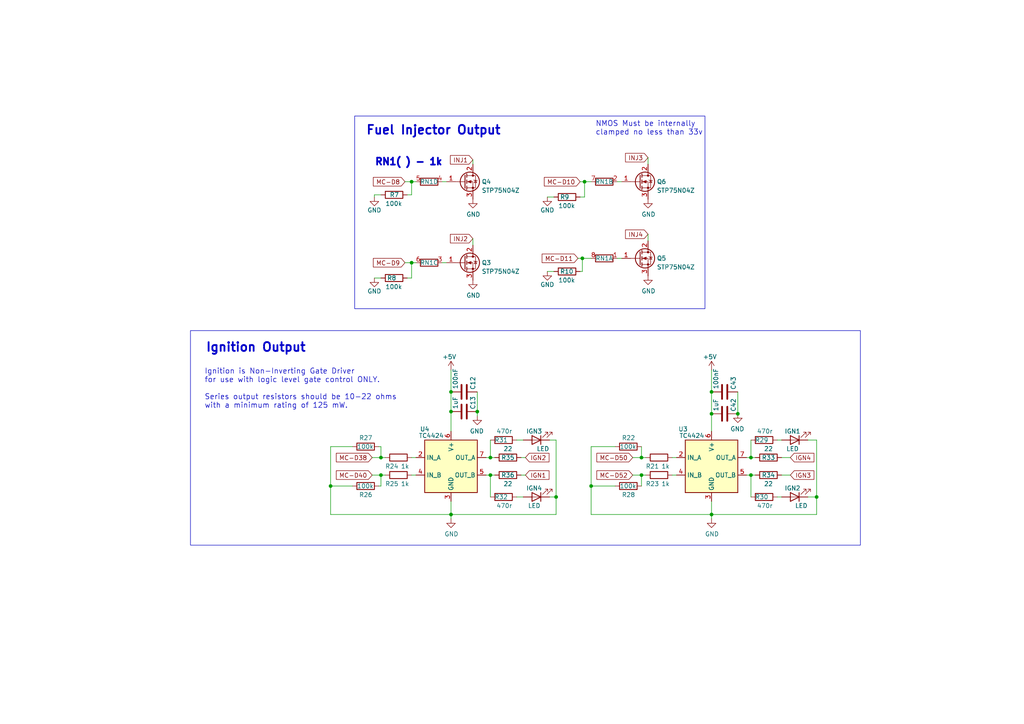
<source format=kicad_sch>
(kicad_sch (version 20231120) (generator "eeschema") (generator_version "8.0")
  (paper "A4")
  (title_block (title "Spark Gap x4") (date "2024-07-16") (rev "A") (company "OpenLogicEFI") (comment 1 "openlogicefi.com"))
  (lib_symbols
    (symbol "Device:C" (pin_numbers hide) (pin_names (offset 0.254))
      (property "Reference" "C" (at 0.635 2.54 0))
      (property "Value" "C" (at 0.635 -2.54 0))
      (symbol "C_0_1"
        (polyline (pts (xy -2.032 -0.762) (xy 2.032 -0.762)) (stroke (width 0.508)))
        (polyline (pts (xy -2.032 0.762) (xy 2.032 0.762)) (stroke (width 0.508)))
      )
      (symbol "C_1_1"
        (pin passive line (at 0 3.81 270) (length 2.794) (name "~") (number "1"))
        (pin passive line (at 0 -3.81 90) (length 2.794) (name "~") (number "2"))
      )
    )
    (symbol "Device:LED" (pin_numbers hide) (pin_names (offset 1.016) hide)
      (property "Reference" "D" (at 0 2.54 0))
      (property "Value" "LED" (at 0 -2.54 0))
      (symbol "LED_0_1"
        (polyline (pts (xy -1.27 -1.27) (xy -1.27 1.27)) (stroke (width 0.254)))
        (polyline (pts (xy -1.27 0) (xy 1.27 0)))
        (polyline (pts (xy 1.27 -1.27) (xy 1.27 1.27) (xy -1.27 0) (xy 1.27 -1.27)) (stroke (width 0.254)))
        (polyline (pts (xy -3.048 -0.762) (xy -4.572 -2.286) (xy -3.81 -2.286) (xy -4.572 -2.286) (xy -4.572 -1.524)))
        (polyline (pts (xy -1.778 -0.762) (xy -3.302 -2.286) (xy -2.54 -2.286) (xy -3.302 -2.286) (xy -3.302 -1.524)))
      )
      (symbol "LED_1_1"
        (pin passive line (at -3.81 0 0) (length 2.54) (name "K") (number "1"))
        (pin passive line (at 3.81 0 180) (length 2.54) (name "A") (number "2"))
      )
    )
    (symbol "Device:R" (pin_numbers hide) (pin_names (offset 0))
      (property "Reference" "R" (at 2.032 0 90))
      (property "Value" "R" (at 0 0 90))
      (symbol "R_0_1"
        (rectangle (start -1.016 -2.54) (end 1.016 2.54) (stroke (width 0.254)))
      )
      (symbol "R_1_1"
        (pin passive line (at 0 3.81 270) (length 1.27) (name "~") (number "1"))
        (pin passive line (at 0 -3.81 90) (length 1.27) (name "~") (number "2"))
      )
    )
    (symbol "Device:R_Pack04_Split" (pin_names (offset 0) hide)
      (property "Reference" "RN" (at 2.032 0 90))
      (property "Value" "R_Pack04_Split" (at 0 0 90))
      (symbol "R_Pack04_Split_0_1"
        (rectangle (start 1.016 2.54) (end -1.016 -2.54) (stroke (width 0.254)))
      )
      (symbol "R_Pack04_Split_1_1"
        (pin passive line (at 0 -3.81 90) (length 1.27) (name "R1.1") (number "1"))
        (pin passive line (at 0 3.81 270) (length 1.27) (name "R1.2") (number "8"))
      )
      (symbol "R_Pack04_Split_2_1"
        (pin passive line (at 0 -3.81 90) (length 1.27) (name "R2.1") (number "2"))
        (pin passive line (at 0 3.81 270) (length 1.27) (name "R2.2") (number "7"))
      )
      (symbol "R_Pack04_Split_3_1"
        (pin passive line (at 0 -3.81 90) (length 1.27) (name "R3.1") (number "3"))
        (pin passive line (at 0 3.81 270) (length 1.27) (name "R3.2") (number "6"))
      )
      (symbol "R_Pack04_Split_4_1"
        (pin passive line (at 0 -3.81 90) (length 1.27) (name "R4.1") (number "4"))
        (pin passive line (at 0 3.81 270) (length 1.27) (name "R4.2") (number "5"))
      )
    )
    (symbol "Driver_FET:MIC4427"
      (property "Reference" "U" (at -7.62 8.89 0))
      (property "Value" "MIC4427" (at 1.27 8.89 0))
      (symbol "MIC4427_0_1"
        (rectangle (start -7.62 -7.62) (end 7.62 7.62) (stroke (width 0.254)) (fill (type background)))
      )
      (symbol "MIC4427_1_1"
        (pin no_connect line (at -7.62 0 0) (length 2.54) hide (name "NC") (number "1"))
        (pin input line (at -10.16 2.54 0) (length 2.54) (name "IN_A") (number "2"))
        (pin power_in line (at 0 -10.16 90) (length 2.54) (name "GND") (number "3"))
        (pin input line (at -10.16 -2.54 0) (length 2.54) (name "IN_B") (number "4"))
        (pin output line (at 10.16 -2.54 180) (length 2.54) (name "OUT_B") (number "5"))
        (pin power_in line (at 0 10.16 270) (length 2.54) (name "V+") (number "6"))
        (pin output line (at 10.16 2.54 180) (length 2.54) (name "OUT_A") (number "7"))
        (pin no_connect line (at 7.62 0 180) (length 2.54) hide (name "NC") (number "8"))
      )
    )
    (symbol "R_Pack04_SIP_Split_1" (pin_names (offset 0) hide)
      (property "Reference" "RN?" (at 2.54 1.2701 0))
      (property "Value" "R_Pack04_SIP_Split_1" (at 2.54 -1.2699 0))
      (symbol "R_Pack04_SIP_Split_1_0_1"
        (rectangle (start 1.016 2.54) (end -1.016 -2.54) (stroke (width 0.254)))
      )
      (symbol "R_Pack04_SIP_Split_1_1_1"
        (pin passive line (at 0 -3.81 90) (length 1.27) (name "R1.1") (number "1"))
        (pin passive line (at 0 3.81 270) (length 1.27) (name "R1.2") (number "8"))
      )
      (symbol "R_Pack04_SIP_Split_1_2_1"
        (pin passive line (at 0 -3.81 90) (length 1.27) (name "R2.1") (number "3"))
        (pin passive line (at 0 3.81 270) (length 1.27) (name "R2.2") (number "4"))
      )
      (symbol "R_Pack04_SIP_Split_1_3_1"
        (pin passive line (at 0 -3.81 90) (length 1.27) (name "R3.1") (number "5"))
        (pin passive line (at 0 3.81 270) (length 1.27) (name "R3.2") (number "6"))
      )
      (symbol "R_Pack04_SIP_Split_1_4_1"
        (pin passive line (at 0 -3.81 90) (length 1.27) (name "R4.1") (number "7"))
        (pin passive line (at 0 3.81 270) (length 1.27) (name "R4.2") (number "8"))
      )
    )
    (symbol "Transistor_FET:IRF540N" (pin_names hide)
      (property "Reference" "Q" (at 6.35 1.905 0))
      (property "Value" "IRF540N" (at 6.35 0 0))
      (symbol "IRF540N_0_1"
        (polyline (pts (xy 0.254 0) (xy -2.54 0)))
        (polyline (pts (xy 0.254 1.905) (xy 0.254 -1.905)) (stroke (width 0.254)))
        (polyline (pts (xy 0.762 -1.27) (xy 0.762 -2.286)) (stroke (width 0.254)))
        (polyline (pts (xy 0.762 0.508) (xy 0.762 -0.508)) (stroke (width 0.254)))
        (polyline (pts (xy 0.762 2.286) (xy 0.762 1.27)) (stroke (width 0.254)))
        (polyline (pts (xy 2.54 2.54) (xy 2.54 1.778)))
        (polyline (pts (xy 2.54 -2.54) (xy 2.54 0) (xy 0.762 0)))
        (polyline (pts (xy 0.762 -1.778) (xy 3.302 -1.778) (xy 3.302 1.778) (xy 0.762 1.778)))
        (polyline (pts (xy 1.016 0) (xy 2.032 0.381) (xy 2.032 -0.381) (xy 1.016 0)) (fill (type outline)))
        (polyline (pts (xy 2.794 0.508) (xy 2.921 0.381) (xy 3.683 0.381) (xy 3.81 0.254)))
        (polyline (pts (xy 3.302 0.381) (xy 2.921 -0.254) (xy 3.683 -0.254) (xy 3.302 0.381)))
        (circle (center 1.651 0) (radius 2.794) (stroke (width 0.254)))
        (circle (center 2.54 -1.778) (radius 0.254) (fill (type outline)))
        (circle (center 2.54 1.778) (radius 0.254) (fill (type outline)))
      )
      (symbol "IRF540N_1_1"
        (pin input line (at -5.08 0 0) (length 2.54) (name "G") (number "1"))
        (pin passive line (at 2.54 5.08 270) (length 2.54) (name "D") (number "2"))
        (pin passive line (at 2.54 -5.08 90) (length 2.54) (name "S") (number "3"))
      )
    )
    (symbol "power:+5V" (power) (pin_names (offset 0))
      (property "Value" "+5V" (at 0 3.556 0))
      (symbol "+5V_0_1"
        (polyline (pts (xy -0.762 1.27) (xy 0 2.54)))
        (polyline (pts (xy 0 0) (xy 0 2.54)))
        (polyline (pts (xy 0 2.54) (xy 0.762 1.27)))
      )
      (symbol "+5V_1_1"
        (pin power_in line (at 0 0 90) (length 0) hide (name "+5V") (number "1"))
      )
    )
    (symbol "power:GND" (power) (pin_names (offset 0))
      (property "Value" "GND" (at 0 -3.81 0))
      (symbol "GND_0_1"
        (polyline (pts (xy 0 0) (xy 0 -1.27) (xy 1.27 -1.27) (xy 0 -2.54) (xy -1.27 -1.27) (xy 0 -1.27)))
      )
      (symbol "GND_1_1"
        (pin power_in line (at 0 0 270) (length 0) hide (name "GND") (number "1"))
      )
    )
  )
  (junction (at 217.805 132.715))
  (junction (at 206.375 120.015))
  (junction (at 138.43 119.38))
  (junction (at 130.81 119.38))
  (junction (at 213.995 120.015))
  (junction (at 206.375 113.665))
  (junction (at 206.375 149.225))
  (junction (at 110.49 137.795))
  (junction (at 217.805 137.795))
  (junction (at 168.91 74.93))
  (junction (at 171.45 140.97))
  (junction (at 186.055 132.715))
  (junction (at 119.38 52.705))
  (junction (at 169.545 52.705))
  (junction (at 95.885 140.97))
  (junction (at 142.24 137.795))
  (junction (at 130.81 149.225))
  (junction (at 142.24 132.715))
  (junction (at 186.055 137.795))
  (junction (at 236.855 144.145))
  (junction (at 161.29 144.145))
  (junction (at 110.49 132.715))
  (junction (at 119.38 76.2))
  (junction (at 130.81 113.665))
  (wire (pts (xy 110.49 137.795) (xy 111.76 137.795)))
  (wire (pts (xy 167.64 74.93) (xy 168.91 74.93)))
  (wire (pts (xy 183.515 137.795) (xy 186.055 137.795)))
  (wire (pts (xy 187.96 45.72) (xy 187.96 47.625)))
  (wire (pts (xy 168.275 52.705) (xy 169.545 52.705)))
  (wire (pts (xy 110.49 129.54) (xy 110.49 132.715)))
  (wire (pts (xy 120.65 137.795) (xy 119.38 137.795)))
  (wire (pts (xy 119.38 52.705) (xy 120.65 52.705)))
  (wire (pts (xy 128.27 76.2) (xy 129.54 76.2)))
  (wire (pts (xy 226.695 137.795) (xy 229.235 137.795)))
  (wire (pts (xy 160.655 57.15) (xy 158.75 57.15)))
  (wire (pts (xy 130.81 150.495) (xy 130.81 149.225)))
  (wire (pts (xy 142.24 132.715) (xy 140.97 132.715)))
  (wire (pts (xy 130.81 119.38) (xy 130.81 113.665)))
  (wire (pts (xy 102.235 129.54) (xy 95.885 129.54)))
  (wire (pts (xy 95.885 149.225) (xy 95.885 140.97)))
  (wire (pts (xy 206.375 120.015) (xy 206.375 113.665)))
  (wire (pts (xy 142.24 127.635) (xy 142.24 132.715)))
  (wire (pts (xy 117.475 76.2) (xy 119.38 76.2)))
  (wire (pts (xy 179.07 52.705) (xy 180.34 52.705)))
  (wire (pts (xy 186.055 129.54) (xy 186.055 132.715)))
  (wire (pts (xy 226.695 132.715) (xy 229.235 132.715)))
  (wire (pts (xy 206.375 145.415) (xy 206.375 149.225)))
  (wire (pts (xy 130.81 149.225) (xy 130.81 145.415)))
  (wire (pts (xy 161.29 127.635) (xy 161.29 144.145)))
  (wire (pts (xy 217.805 132.715) (xy 219.075 132.715)))
  (wire (pts (xy 187.325 132.715) (xy 186.055 132.715)))
  (wire (pts (xy 206.375 120.015) (xy 206.375 125.095)))
  (wire (pts (xy 213.995 120.015) (xy 213.995 113.665)))
  (wire (pts (xy 143.51 137.795) (xy 142.24 137.795)))
  (wire (pts (xy 138.43 119.38) (xy 138.43 120.65)))
  (wire (pts (xy 149.86 127.635) (xy 151.765 127.635)))
  (wire (pts (xy 119.38 76.2) (xy 120.65 76.2)))
  (wire (pts (xy 151.13 132.715) (xy 152.4 132.715)))
  (wire (pts (xy 216.535 137.795) (xy 217.805 137.795)))
  (wire (pts (xy 117.475 52.705) (xy 119.38 52.705)))
  (wire (pts (xy 130.81 149.225) (xy 161.29 149.225)))
  (wire (pts (xy 171.45 149.225) (xy 206.375 149.225)))
  (wire (pts (xy 108.585 56.515) (xy 110.49 56.515)))
  (wire (pts (xy 217.805 127.635) (xy 217.805 132.715)))
  (wire (pts (xy 206.375 107.315) (xy 206.375 113.665)))
  (wire (pts (xy 171.45 140.97) (xy 178.435 140.97)))
  (wire (pts (xy 217.805 137.795) (xy 219.075 137.795)))
  (wire (pts (xy 234.315 144.145) (xy 236.855 144.145)))
  (wire (pts (xy 119.38 80.645) (xy 119.38 76.2)))
  (wire (pts (xy 217.805 137.795) (xy 217.805 144.145)))
  (wire (pts (xy 128.27 52.705) (xy 129.54 52.705)))
  (wire (pts (xy 169.545 52.705) (xy 171.45 52.705)))
  (wire (pts (xy 151.13 137.795) (xy 152.4 137.795)))
  (wire (pts (xy 159.385 144.145) (xy 161.29 144.145)))
  (wire (pts (xy 107.95 132.715) (xy 110.49 132.715)))
  (wire (pts (xy 168.91 78.74) (xy 168.91 74.93)))
  (wire (pts (xy 196.215 137.795) (xy 194.945 137.795)))
  (wire (pts (xy 225.425 144.145) (xy 226.695 144.145)))
  (wire (pts (xy 110.49 140.97) (xy 109.855 140.97)))
  (wire (pts (xy 178.435 129.54) (xy 171.45 129.54)))
  (wire (pts (xy 110.49 132.715) (xy 111.76 132.715)))
  (wire (pts (xy 236.855 127.635) (xy 236.855 144.145)))
  (wire (pts (xy 108.585 80.645) (xy 110.49 80.645)))
  (wire (pts (xy 130.81 119.38) (xy 130.81 125.095)))
  (wire (pts (xy 206.375 149.225) (xy 236.855 149.225)))
  (wire (pts (xy 118.11 80.645) (xy 119.38 80.645)))
  (wire (pts (xy 137.16 46.355) (xy 137.16 47.625)))
  (wire (pts (xy 216.535 132.715) (xy 217.805 132.715)))
  (wire (pts (xy 142.24 137.795) (xy 142.24 144.145)))
  (wire (pts (xy 196.215 132.715) (xy 194.945 132.715)))
  (wire (pts (xy 179.07 74.93) (xy 180.34 74.93)))
  (wire (pts (xy 119.38 52.705) (xy 119.38 56.515)))
  (wire (pts (xy 95.885 140.97) (xy 102.235 140.97)))
  (wire (pts (xy 171.45 140.97) (xy 171.45 149.225)))
  (wire (pts (xy 120.65 132.715) (xy 119.38 132.715)))
  (wire (pts (xy 107.95 137.795) (xy 110.49 137.795)))
  (wire (pts (xy 108.585 56.515) (xy 108.585 57.15)))
  (wire (pts (xy 186.055 140.97) (xy 186.055 137.795)))
  (wire (pts (xy 234.315 127.635) (xy 236.855 127.635)))
  (wire (pts (xy 187.96 67.945) (xy 187.96 69.85)))
  (wire (pts (xy 183.515 132.715) (xy 186.055 132.715)))
  (wire (pts (xy 143.51 132.715) (xy 142.24 132.715)))
  (wire (pts (xy 169.545 57.15) (xy 169.545 52.705)))
  (wire (pts (xy 142.24 137.795) (xy 140.97 137.795)))
  (wire (pts (xy 159.385 127.635) (xy 161.29 127.635)))
  (wire (pts (xy 138.43 119.38) (xy 138.43 113.665)))
  (wire (pts (xy 225.425 127.635) (xy 226.695 127.635)))
  (wire (pts (xy 187.325 137.795) (xy 186.055 137.795)))
  (wire (pts (xy 130.81 107.315) (xy 130.81 113.665)))
  (wire (pts (xy 236.855 144.145) (xy 236.855 149.225)))
  (wire (pts (xy 206.375 150.495) (xy 206.375 149.225)))
  (wire (pts (xy 168.91 74.93) (xy 171.45 74.93)))
  (wire (pts (xy 168.275 78.74) (xy 168.91 78.74)))
  (wire (pts (xy 95.885 129.54) (xy 95.885 140.97)))
  (wire (pts (xy 168.275 57.15) (xy 169.545 57.15)))
  (wire (pts (xy 171.45 129.54) (xy 171.45 140.97)))
  (wire (pts (xy 130.81 149.225) (xy 95.885 149.225)))
  (wire (pts (xy 110.49 129.54) (xy 109.855 129.54)))
  (wire (pts (xy 161.29 144.145) (xy 161.29 149.225)))
  (wire (pts (xy 110.49 140.97) (xy 110.49 137.795)))
  (wire (pts (xy 158.75 78.74) (xy 160.655 78.74)))
  (wire (pts (xy 119.38 56.515) (xy 118.11 56.515)))
  (wire (pts (xy 149.86 144.145) (xy 151.765 144.145)))
  (wire (pts (xy 137.16 69.215) (xy 137.16 71.12)))
  (rectangle (start 55.245 95.885) (end 249.555 158.115))
  (rectangle (start 102.87 33.655) (end 204.47 89.535))
  (text "Fuel Injector Output" (at 106.045 39.37 0) (effects (font (size 2.54 2.54) (thickness 0.508) (bold yes)) (justify left bottom)))
  (text "RN1( ) - 1k" (at 108.585 48.26 0) (effects (font (size 2 2) (thickness 0.508) (bold yes)) (justify left bottom)))
  (text "NMOS Must be internally\nclamped no less than 33v" (at 172.72 39.37 0) (effects (font (size 1.54 1.54)) (justify left bottom)))
  (text "Ignition Output" (at 59.563 102.362 0) (effects (font (size 2.54 2.54) (thickness 0.508) (bold yes)) (justify left bottom)))
  (text "Ignition is Non-Inverting Gate Driver\nfor use with logic level gate control ONLY.\n\nSeries output resistors should be 10-22 ohms\nwith a minimum rating of 125 mW." (at 59.309 118.618 0) (effects (font (size 1.54 1.54)) (justify left bottom)))
  (global_label "MC-D40" (shape input) (at 107.95 137.795 180) (property "Intersheetrefs" "${INTERSHEET_REFS}" (effects (hide yes))))
  (global_label "INJ1" (shape input) (at 137.16 46.355 180) (property "Intersheetrefs" "${INTERSHEET_REFS}" (effects (hide yes))))
  (global_label "INJ3" (shape input) (at 187.96 45.72 180) (property "Intersheetrefs" "${INTERSHEET_REFS}" (effects (hide yes))))
  (global_label "MC-D38" (shape input) (at 107.95 132.715 180) (property "Intersheetrefs" "${INTERSHEET_REFS}" (effects (hide yes))))
  (global_label "MC-D8" (shape input) (at 117.475 52.705 180) (property "Intersheetrefs" "${INTERSHEET_REFS}" (effects (hide yes))))
  (global_label "MC-D52" (shape input) (at 183.515 137.795 180) (property "Intersheetrefs" "${INTERSHEET_REFS}" (effects (hide yes))))
  (global_label "MC-D50" (shape input) (at 183.515 132.715 180) (property "Intersheetrefs" "${INTERSHEET_REFS}" (effects (hide yes))))
  (global_label "IGN2" (shape input) (at 152.4 132.715 0) (property "Intersheetrefs" "${INTERSHEET_REFS}" (effects (hide yes))))
  (global_label "MC-D11" (shape input) (at 167.64 74.93 180) (property "Intersheetrefs" "${INTERSHEET_REFS}" (effects (hide yes))))
  (global_label "IGN1" (shape input) (at 152.4 137.795 0) (property "Intersheetrefs" "${INTERSHEET_REFS}" (effects (hide yes))))
  (global_label "INJ4" (shape input) (at 187.96 67.945 180) (property "Intersheetrefs" "${INTERSHEET_REFS}" (effects (hide yes))))
  (global_label "INJ2" (shape input) (at 137.16 69.215 180) (property "Intersheetrefs" "${INTERSHEET_REFS}" (effects (hide yes))))
  (global_label "MC-D9" (shape input) (at 117.475 76.2 180) (property "Intersheetrefs" "${INTERSHEET_REFS}" (effects (hide yes))))
  (global_label "MC-D10" (shape input) (at 168.275 52.705 180) (property "Intersheetrefs" "${INTERSHEET_REFS}" (effects (hide yes))))
  (global_label "IGN4" (shape input) (at 229.235 132.715 0) (property "Intersheetrefs" "${INTERSHEET_REFS}" (effects (hide yes))))
  (global_label "IGN3" (shape input) (at 229.235 137.795 0) (property "Intersheetrefs" "${INTERSHEET_REFS}" (effects (hide yes))))
  (symbol (lib_id "Device:C") (at 134.62 119.38 90) (mirror x) (unit 1)
    (property "Reference" "C13" (at 137.16 116.84 0))
    (property "Value" "1uF" (at 132.08 116.84 0))
    (property "Footprint" "Capacitor_SMD:C_0402_1005Metric" (effects (hide yes)))
    (property "LCSC" "C52923" (effects (hide yes)))
    (property "Manufacture Part Number" "CL05A105KA5NQNC" (effects (hide yes)))
  )
  (symbol (lib_id "Device:C") (at 134.62 113.665 90) (mirror x) (unit 1)
    (property "Reference" "C12" (at 137.16 111.125 0))
    (property "Value" "100nF" (at 132.08 109.855 0))
    (property "Footprint" "Capacitor_SMD:C_0402_1005Metric" (effects (hide yes)))
    (property "LCSC" "C307331" (effects (hide yes)))
    (property "Manufacture Part Number" "CL05B104KB54PNC" (effects (hide yes)))
  )
  (symbol (lib_id "power:GND") (at 138.43 120.65 0) (mirror y) (unit 1)
    (property "Reference" "#PWR043" (effects (hide yes)))
    (property "Value" "GND" (at 138.303 125.0442 0))
  )
  (symbol (lib_id "Driver_FET:MIC4427") (at 130.81 135.255 0) (unit 1)
    (property "Reference" "U4" (at 123.19 124.46 0))
    (property "Value" "TC4424" (at 125.095 126.365 0))
    (property "Footprint" "Package_SO:SOIC-8_3.9x4.9mm_P1.27mm" (effects (hide yes)))
    (property "Datasheet" "http://ww1.microchip.com/downloads/en/DeviceDoc/mic4426.pdf" (effects (hide yes)))
    (property "LCSC" "C2685358" (effects (hide yes)))
    (property "Manufacture Part Number" "TC4424" (effects (hide yes)))
  )
  (symbol (lib_id "Device:R") (at 147.32 132.715 270) (unit 1)
    (property "Reference" "R35" (at 147.32 132.715 90))
    (property "Value" "22" (at 147.32 130.175 90))
    (property "Footprint" "Resistor_SMD:R_0805_2012Metric" (effects (hide yes)))
    (property "LCSC" "C17561" (effects (hide yes)))
    (property "Manufacture Part Number" "0805W8F220JT5E" (effects (hide yes)))
  )
  (symbol (lib_id "Device:R") (at 147.32 137.795 270) (unit 1)
    (property "Reference" "R36" (at 147.32 137.795 90))
    (property "Value" "22" (at 147.32 140.335 90))
    (property "Footprint" "Resistor_SMD:R_0805_2012Metric" (effects (hide yes)))
    (property "LCSC" "C17561" (effects (hide yes)))
    (property "Manufacture Part Number" "0805W8F220JT5E" (effects (hide yes)))
  )
  (symbol (lib_id "power:GND") (at 130.81 150.495 0) (unit 1)
    (property "Reference" "#PWR038" (effects (hide yes)))
    (property "Value" "GND" (at 130.937 154.8892 0))
  )
  (symbol (lib_id "Device:R") (at 191.135 132.715 90) (mirror x) (unit 1)
    (property "Reference" "R21" (at 189.23 135.255 90))
    (property "Value" "1k" (at 193.04 135.255 90))
    (property "Footprint" "Resistor_SMD:R_0402_1005Metric" (effects (hide yes)))
    (property "LCSC" "C11702" (effects (hide yes)))
    (property "Manufacture Part Number" "0402WGF1001TCE" (effects (hide yes)))
  )
  (symbol (lib_id "Driver_FET:MIC4427") (at 206.375 135.255 0) (unit 1)
    (property "Reference" "U3" (at 198.12 124.46 0))
    (property "Value" "TC4424" (at 200.66 126.365 0))
    (property "Footprint" "Package_SO:SOIC-8_3.9x4.9mm_P1.27mm" (effects (hide yes)))
    (property "Datasheet" "http://ww1.microchip.com/downloads/en/DeviceDoc/mic4426.pdf" (effects (hide yes)))
    (property "LCSC" "C2685358" (effects (hide yes)))
    (property "Manufacture Part Number" "TC4424" (effects (hide yes)))
  )
  (symbol (lib_id "Device:R") (at 222.885 137.795 270) (unit 1)
    (property "Reference" "R34" (at 222.885 137.795 90))
    (property "Value" "22" (at 222.885 140.335 90))
    (property "Footprint" "Resistor_SMD:R_0805_2012Metric" (effects (hide yes)))
    (property "LCSC" "C17561" (effects (hide yes)))
    (property "Manufacture Part Number" "0805W8F220JT5E" (effects (hide yes)))
  )
  (symbol (lib_id "Device:R") (at 182.245 140.97 90) (mirror x) (unit 1)
    (property "Reference" "R28" (at 180.34 143.51 90) (effects (justify right)))
    (property "Value" "100k" (at 179.705 140.97 90) (effects (justify right)))
    (property "Footprint" "Resistor_SMD:R_0402_1005Metric" (effects (hide yes)))
    (property "LCSC" "C25741" (effects (hide yes)))
    (property "Manufacture Part Number" "0402WGF1003TCE" (effects (hide yes)))
  )
  (symbol (lib_id "Device:R_Pack04_Split") (at 124.46 76.2 90) (unit 3)
    (property "Reference" "RN1" (at 124.46 76.2 90))
    (property "Value" "1k" (effects (hide yes)))
    (property "Footprint" "Resistor_SMD:R_Array_Concave_4x0603" (effects (hide yes)))
    (property "LCSC" "C20197" (effects (hide yes)))
    (property "Manufacture Part Number" "4D03WGJ0102T5E" (effects (hide yes)))
  )
  (symbol (lib_id "Device:R") (at 164.465 57.15 90) (unit 1)
    (property "Reference" "R9" (at 162.433 57.15 90) (effects (justify right)))
    (property "Value" "100k" (at 161.925 59.69 90) (effects (justify right)))
    (property "Footprint" "Resistor_SMD:R_0402_1005Metric" (effects (hide yes)))
    (property "LCSC" "C25741" (effects (hide yes)))
    (property "Manufacture Part Number" "0402WGF1003TCE" (effects (hide yes)))
  )
  (symbol (lib_id "power:GND") (at 137.16 57.785 0) (unit 1)
    (property "Reference" "#PWR036" (effects (hide yes)))
    (property "Value" "GND" (at 137.287 62.1792 0))
  )
  (symbol (lib_id "Device:R") (at 115.57 132.715 90) (mirror x) (unit 1)
    (property "Reference" "R24" (at 113.665 135.255 90))
    (property "Value" "1k" (at 117.475 135.255 90))
    (property "Footprint" "Resistor_SMD:R_0402_1005Metric" (effects (hide yes)))
    (property "LCSC" "C11702" (effects (hide yes)))
    (property "Manufacture Part Number" "0402WGF1001TCE" (effects (hide yes)))
  )
  (symbol (lib_id "Device:R") (at 191.135 137.795 90) (mirror x) (unit 1)
    (property "Reference" "R23" (at 189.23 140.335 90))
    (property "Value" "1k" (at 193.04 140.335 90))
    (property "Footprint" "Resistor_SMD:R_0402_1005Metric" (effects (hide yes)))
    (property "LCSC" "C11702" (effects (hide yes)))
    (property "Manufacture Part Number" "0402WGF1001TCE" (effects (hide yes)))
  )
  (symbol (lib_id "Device:R") (at 164.465 78.74 90) (unit 1)
    (property "Reference" "R10" (at 162.433 78.74 90) (effects (justify right)))
    (property "Value" "100k" (at 161.925 81.28 90) (effects (justify right)))
    (property "Footprint" "Resistor_SMD:R_0402_1005Metric" (effects (hide yes)))
    (property "LCSC" "C25741" (effects (hide yes)))
    (property "Manufacture Part Number" "0402WGF1003TCE" (effects (hide yes)))
  )
  (symbol (lib_id "Device:LED") (at 230.505 127.635 180) (unit 1)
    (property "Reference" "IGN1" (at 229.87 125.095 0))
    (property "Value" "LED" (at 229.87 130.175 0))
    (property "Footprint" "LED_SMD:LED_0603_1608Metric" (effects (hide yes)))
    (property "JLC" "C2286" (effects (hide yes)))
    (property "LCSC" "C2286" (effects (hide yes)))
    (property "Manufacture Part Number" "KT-0603R" (effects (hide yes)))
  )
  (symbol (lib_id "Device:LED") (at 155.575 127.635 180) (unit 1)
    (property "Reference" "IGN3" (at 154.94 125.095 0))
    (property "Value" "LED" (at 157.48 130.175 0))
    (property "Footprint" "LED_SMD:LED_0603_1608Metric" (effects (hide yes)))
    (property "JLC" "C2286" (effects (hide yes)))
    (property "LCSC" "C2286" (effects (hide yes)))
    (property "Manufacture Part Number" "KT-0603R" (effects (hide yes)))
  )
  (symbol (lib_id "Device:R") (at 106.045 129.54 90) (unit 1)
    (property "Reference" "R27" (at 104.14 127 90) (effects (justify right)))
    (property "Value" "100k" (at 103.505 129.54 90) (effects (justify right)))
    (property "Footprint" "Resistor_SMD:R_0402_1005Metric" (effects (hide yes)))
    (property "LCSC" "C25741" (effects (hide yes)))
    (property "Manufacture Part Number" "0402WGF1003TCE" (effects (hide yes)))
  )
  (symbol (lib_id "Transistor_FET:IRF540N") (at 185.42 52.705 0) (unit 1) (in_bom no)
    (property "Reference" "Q6" (at 190.5 52.705 0) (effects (justify left)))
    (property "Value" "STP75N04Z" (at 190.5 55.245 0) (effects (justify left)))
    (property "Footprint" "Package_TO_SOT_THT:TO-220-3_Vertical" (effects (hide yes)))
    (property "Manufacture Part Number" "STP75N04Z" (effects (hide yes)))
  )
  (symbol (lib_id "power:GND") (at 187.96 80.01 0) (unit 1)
    (property "Reference" "#PWR046" (effects (hide yes)))
    (property "Value" "GND" (at 188.087 84.4042 0))
  )
  (symbol (lib_id "power:GND") (at 108.585 57.15 0) (unit 1)
    (property "Reference" "#PWR032" (effects (hide yes)))
    (property "Value" "GND" (at 108.585 60.96 0))
  )
  (symbol (lib_id "Device:R") (at 115.57 137.795 90) (mirror x) (unit 1)
    (property "Reference" "R25" (at 113.665 140.335 90))
    (property "Value" "1k" (at 117.475 140.335 90))
    (property "Footprint" "Resistor_SMD:R_0402_1005Metric" (effects (hide yes)))
    (property "LCSC" "C11702" (effects (hide yes)))
    (property "Manufacture Part Number" "0402WGF1001TCE" (effects (hide yes)))
  )
  (symbol (lib_id "Device:LED") (at 155.575 144.145 180) (unit 1)
    (property "Reference" "IGN4" (at 154.94 141.605 0))
    (property "Value" "LED" (at 154.94 146.685 0))
    (property "Footprint" "LED_SMD:LED_0603_1608Metric" (effects (hide yes)))
    (property "JLC" "C2286" (effects (hide yes)))
    (property "LCSC" "C2286" (effects (hide yes)))
    (property "Manufacture Part Number" "KT-0603R" (effects (hide yes)))
  )
  (symbol (lib_id "power:GND") (at 108.585 80.645 0) (unit 1)
    (property "Reference" "#PWR033" (effects (hide yes)))
    (property "Value" "GND" (at 108.585 84.455 0))
  )
  (symbol (lib_id "Device:R") (at 146.05 127.635 90) (unit 1)
    (property "Reference" "R31" (at 147.32 127.635 90) (effects (justify left)))
    (property "Value" "470r" (at 148.59 125.095 90) (effects (justify left)))
    (property "Footprint" "Resistor_SMD:R_0402_1005Metric" (effects (hide yes)))
    (property "LCSC" "C25117" (effects (hide yes)))
    (property "Manufacture Part Number" "0402WGF4700TCE" (effects (hide yes)))
  )
  (symbol (lib_id "power:GND") (at 137.16 81.28 0) (unit 1)
    (property "Reference" "#PWR037" (effects (hide yes)))
    (property "Value" "GND" (at 137.287 85.6742 0))
  )
  (symbol (lib_id "Transistor_FET:IRF540N") (at 134.62 52.705 0) (unit 1) (in_bom no)
    (property "Reference" "Q4" (at 139.7 52.705 0) (effects (justify left)))
    (property "Value" "STP75N04Z" (at 139.7 55.245 0) (effects (justify left)))
    (property "Footprint" "Package_TO_SOT_THT:TO-220-3_Vertical" (effects (hide yes)))
    (property "Manufacture Part Number" "STP75N04Z" (effects (hide yes)))
  )
  (symbol (lib_id "Device:R") (at 146.05 144.145 90) (unit 1)
    (property "Reference" "R32" (at 147.32 144.145 90) (effects (justify left)))
    (property "Value" "470r" (at 148.59 146.685 90) (effects (justify left)))
    (property "Footprint" "Resistor_SMD:R_0402_1005Metric" (effects (hide yes)))
    (property "LCSC" "C25117" (effects (hide yes)))
    (property "Manufacture Part Number" "0402WGF4700TCE" (effects (hide yes)))
  )
  (symbol (lib_id "Device:R") (at 114.3 80.645 90) (unit 1)
    (property "Reference" "R8" (at 112.268 80.645 90) (effects (justify right)))
    (property "Value" "100k" (at 111.76 83.185 90) (effects (justify right)))
    (property "Footprint" "Resistor_SMD:R_0402_1005Metric" (effects (hide yes)))
    (property "LCSC" "C25741" (effects (hide yes)))
    (property "Manufacture Part Number" "0402WGF1003TCE" (effects (hide yes)))
  )
  (symbol (lib_id "Device:R") (at 106.045 140.97 90) (mirror x) (unit 1)
    (property "Reference" "R26" (at 104.14 143.51 90) (effects (justify right)))
    (property "Value" "100k" (at 103.505 140.97 90) (effects (justify right)))
    (property "Footprint" "Resistor_SMD:R_0402_1005Metric" (effects (hide yes)))
    (property "LCSC" "C25741" (effects (hide yes)))
    (property "Manufacture Part Number" "0402WGF1003TCE" (effects (hide yes)))
  )
  (symbol (lib_id "Device:C") (at 210.185 113.665 90) (mirror x) (unit 1)
    (property "Reference" "C43" (at 212.725 111.125 0))
    (property "Value" "100nF" (at 207.645 109.855 0))
    (property "Footprint" "Capacitor_SMD:C_0402_1005Metric" (effects (hide yes)))
    (property "LCSC" "C307331" (effects (hide yes)))
    (property "Manufacture Part Number" "CL05B104KB54PNC" (effects (hide yes)))
  )
  (symbol (lib_id "Device:R") (at 222.885 132.715 270) (unit 1)
    (property "Reference" "R33" (at 222.885 132.715 90))
    (property "Value" "22" (at 222.885 130.175 90))
    (property "Footprint" "Resistor_SMD:R_0805_2012Metric" (effects (hide yes)))
    (property "LCSC" "C17561" (effects (hide yes)))
    (property "Manufacture Part Number" "0805W8F220JT5E" (effects (hide yes)))
  )
  (symbol (lib_id "power:GND") (at 158.75 57.15 0) (unit 1)
    (property "Reference" "#PWR041" (effects (hide yes)))
    (property "Value" "GND" (at 158.75 60.96 0))
  )
  (symbol (lib_id "Device:R") (at 182.245 129.54 90) (unit 1)
    (property "Reference" "R22" (at 180.34 127 90) (effects (justify right)))
    (property "Value" "100k" (at 179.705 129.54 90) (effects (justify right)))
    (property "Footprint" "Resistor_SMD:R_0402_1005Metric" (effects (hide yes)))
    (property "LCSC" "C25741" (effects (hide yes)))
    (property "Manufacture Part Number" "0402WGF1003TCE" (effects (hide yes)))
  )
  (symbol (lib_id "power:GND") (at 158.75 78.74 0) (unit 1)
    (property "Reference" "#PWR042" (effects (hide yes)))
    (property "Value" "GND" (at 158.75 82.55 0))
  )
  (symbol (lib_id "Device:R_Pack04_Split") (at 124.46 52.705 90) (unit 4)
    (property "Reference" "RN1" (at 124.46 52.705 90))
    (property "Value" "1k" (effects (hide yes)))
    (property "Footprint" "Resistor_SMD:R_Array_Concave_4x0603" (effects (hide yes)))
    (property "LCSC" "C20197" (effects (hide yes)))
    (property "Manufacture Part Number" "4D03WGJ0102T5E" (effects (hide yes)))
  )
  (symbol (lib_id "power:+5V") (at 130.81 107.315 0) (unit 1)
    (property "Reference" "#PWR039" (effects (hide yes)))
    (property "Value" "+5V" (at 128.27 103.505 0) (effects (justify left)))
  )
  (symbol (lib_id "power:GND") (at 187.96 57.785 0) (unit 1)
    (property "Reference" "#PWR045" (effects (hide yes)))
    (property "Value" "GND" (at 188.087 62.1792 0))
  )
  (symbol (lib_id "Device:C") (at 210.185 120.015 90) (mirror x) (unit 1)
    (property "Reference" "C42" (at 212.725 117.475 0))
    (property "Value" "1uF" (at 207.645 117.475 0))
    (property "Footprint" "Capacitor_SMD:C_0402_1005Metric" (effects (hide yes)))
    (property "LCSC" "C52923" (effects (hide yes)))
    (property "Manufacture Part Number" "CL05A105KA5NQNC" (effects (hide yes)))
  )
  (symbol (lib_id "Transistor_FET:IRF540N") (at 134.62 76.2 0) (unit 1) (in_bom no)
    (property "Reference" "Q3" (at 139.7 76.2 0) (effects (justify left)))
    (property "Value" "STP75N04Z" (at 139.7 78.74 0) (effects (justify left)))
    (property "Footprint" "Package_TO_SOT_THT:TO-220-3_Vertical" (effects (hide yes)))
    (property "Manufacture Part Number" "STP75N04Z" (effects (hide yes)))
  )
  (symbol (lib_name "R_Pack04_SIP_Split_1") (lib_id "Device:R_Pack04_SIP_Split") (at 175.26 74.93 90) (unit 1)
    (property "Reference" "RN1" (at 175.26 74.93 90))
    (property "Value" "1k" (effects (hide yes)))
    (property "Footprint" "Resistor_SMD:R_Array_Concave_4x0603" (effects (hide yes)))
    (property "Datasheet" "http://www.vishay.com/docs/31509/csc.pdf" (effects (hide yes)))
    (property "LCSC" "C20197" (effects (hide yes)))
    (property "Manufacture Part Number" "4D03WGJ0102T5E" (effects (hide yes)))
  )
  (symbol (lib_id "Device:R") (at 114.3 56.515 90) (unit 1)
    (property "Reference" "R7" (at 113.03 56.515 90) (effects (justify right)))
    (property "Value" "100k" (at 111.76 59.055 90) (effects (justify right)))
    (property "Footprint" "Resistor_SMD:R_0402_1005Metric" (effects (hide yes)))
    (property "LCSC" "C25741" (effects (hide yes)))
    (property "Manufacture Part Number" "0402WGF1003TCE" (effects (hide yes)))
  )
  (symbol (lib_id "Device:R") (at 221.615 127.635 90) (unit 1)
    (property "Reference" "R29" (at 222.885 127.635 90) (effects (justify left)))
    (property "Value" "470r" (at 224.155 125.095 90) (effects (justify left)))
    (property "Footprint" "Resistor_SMD:R_0402_1005Metric" (effects (hide yes)))
    (property "LCSC" "C25117" (effects (hide yes)))
    (property "Manufacture Part Number" "0402WGF4700TCE" (effects (hide yes)))
  )
  (symbol (lib_id "Transistor_FET:IRF540N") (at 185.42 74.93 0) (unit 1) (in_bom no)
    (property "Reference" "Q5" (at 190.5 74.93 0) (effects (justify left)))
    (property "Value" "STP75N04Z" (at 190.5 77.47 0) (effects (justify left)))
    (property "Footprint" "Package_TO_SOT_THT:TO-220-3_Vertical" (effects (hide yes)))
    (property "Manufacture Part Number" "STP75N04Z" (effects (hide yes)))
  )
  (symbol (lib_id "Device:R") (at 221.615 144.145 90) (unit 1)
    (property "Reference" "R30" (at 222.885 144.145 90) (effects (justify left)))
    (property "Value" "470r" (at 224.155 146.685 90) (effects (justify left)))
    (property "Footprint" "Resistor_SMD:R_0402_1005Metric" (effects (hide yes)))
    (property "LCSC" "C25117" (effects (hide yes)))
    (property "Manufacture Part Number" "0402WGF4700TCE" (effects (hide yes)))
  )
  (symbol (lib_id "power:GND") (at 213.995 120.015 0) (mirror y) (unit 1)
    (property "Reference" "#PWR04" (effects (hide yes)))
    (property "Value" "GND" (at 213.868 124.4092 0))
  )
  (symbol (lib_id "power:+5V") (at 206.375 107.315 0) (unit 1)
    (property "Reference" "#PWR03" (effects (hide yes)))
    (property "Value" "+5V" (at 203.835 103.505 0) (effects (justify left)))
  )
  (symbol (lib_id "power:GND") (at 206.375 150.495 0) (unit 1)
    (property "Reference" "#PWR044" (effects (hide yes)))
    (property "Value" "GND" (at 206.502 154.8892 0))
  )
  (symbol (lib_id "Device:LED") (at 230.505 144.145 180) (unit 1)
    (property "Reference" "IGN2" (at 229.87 141.605 0))
    (property "Value" "LED" (at 232.41 146.685 0))
    (property "Footprint" "LED_SMD:LED_0603_1608Metric" (effects (hide yes)))
    (property "JLC" "C2286" (effects (hide yes)))
    (property "LCSC" "C2286" (effects (hide yes)))
    (property "Manufacture Part Number" "KT-0603R" (effects (hide yes)))
  )
  (symbol (lib_id "Device:R_Pack04_Split") (at 175.26 52.705 90) (unit 2)
    (property "Reference" "RN1" (at 175.26 52.705 90))
    (property "Value" "1k" (effects (hide yes)))
    (property "Footprint" "Resistor_SMD:R_Array_Concave_4x0603" (effects (hide yes)))
    (property "LCSC" "C20197" (effects (hide yes)))
    (property "Manufacture Part Number" "4D03WGJ0102T5E" (effects (hide yes)))
  )
)
</source>
